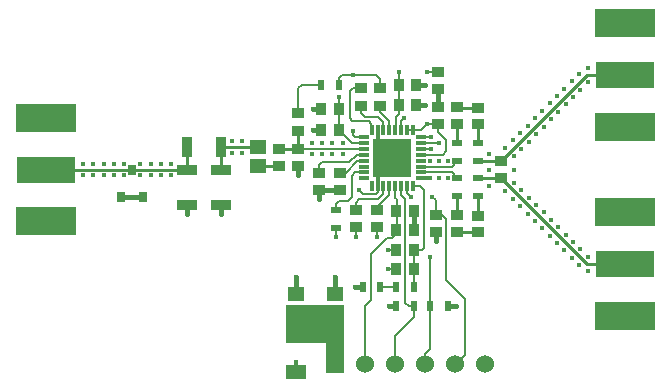
<source format=gtl>
G04*
G04 #@! TF.GenerationSoftware,Altium Limited,Altium Designer,18.1.9 (240)*
G04*
G04 Layer_Physical_Order=1*
G04 Layer_Color=255*
%FSLAX25Y25*%
%MOIN*%
G70*
G01*
G75*
%ADD11C,0.01575*%
%ADD12C,0.00787*%
%ADD15C,0.01000*%
%ADD16C,0.01181*%
%ADD18R,0.02559X0.03740*%
%ADD19R,0.19685X0.09016*%
%ADD20R,0.20000X0.09508*%
%ADD21R,0.06693X0.03543*%
%ADD22R,0.03543X0.06693*%
%ADD23R,0.03937X0.03347*%
%ADD24R,0.03937X0.03543*%
%ADD25R,0.03543X0.02362*%
%ADD26R,0.03200X0.01200*%
%ADD27R,0.01200X0.03200*%
%ADD28R,0.12800X0.12800*%
%ADD29R,0.05512X0.05118*%
%ADD30R,0.03347X0.03937*%
%ADD31R,0.02362X0.03543*%
%ADD32R,0.07165X0.04724*%
%ADD51C,0.01772*%
%ADD52R,0.05906X0.10236*%
%ADD53R,0.19784X0.12697*%
%ADD54C,0.06000*%
%ADD55R,0.06000X0.06000*%
%ADD56C,0.01772*%
D11*
X384842Y288681D02*
X384842Y288681D01*
D12*
X423524Y254331D02*
X423721Y254134D01*
X409076Y296239D02*
X413139D01*
X404626Y300689D02*
X409076Y296239D01*
X419539Y279283D02*
Y281939D01*
X417717Y277461D02*
X419539Y279283D01*
X411516Y277461D02*
X417717D01*
X410433Y276378D02*
X411516Y277461D01*
X410433Y273819D02*
Y276378D01*
X411417Y280512D02*
X412795Y279134D01*
X416929D01*
X417639Y279844D01*
Y281939D01*
X413386Y305020D02*
X417618D01*
X412008Y306398D02*
X413386Y305020D01*
X417618D02*
X419488Y303150D01*
Y300790D02*
Y303150D01*
X421063Y254331D02*
X421063Y254331D01*
X423917D01*
X421063Y260728D02*
X421063Y260728D01*
X423917D01*
X432235Y300739D02*
X434055Y302559D01*
X429439Y300739D02*
X432235D01*
X392323Y315748D02*
X398819D01*
X391240Y314665D02*
X392323Y315748D01*
X403740Y264764D02*
X403740Y264764D01*
X403740Y264764D02*
Y268012D01*
X405610Y318898D02*
X409449D01*
X404724Y318012D02*
X405610Y318898D01*
X404724Y315748D02*
Y318012D01*
X391240Y306102D02*
Y314665D01*
X404626Y311516D02*
X404626Y311516D01*
X404626Y307579D02*
Y311516D01*
X424016Y267323D02*
Y277559D01*
X415551Y243819D02*
Y259252D01*
X420866Y264567D01*
X413563Y241831D02*
X415551Y243819D01*
X424803Y315453D02*
X424803Y315453D01*
Y319882D01*
X425539Y303492D02*
X426476Y304429D01*
X425539Y300739D02*
Y303492D01*
X431939Y292339D02*
X431955Y292323D01*
X439370D01*
X440551Y293504D01*
Y297342D01*
X437894Y300000D02*
X440551Y297342D01*
X437894Y300000D02*
Y302559D01*
X431939Y294339D02*
X435433D01*
X431939Y296239D02*
X437992D01*
X434055Y302559D02*
X437894D01*
X434055Y319882D02*
X437894D01*
X431939Y298239D02*
X435433D01*
X415590Y300689D02*
Y302717D01*
X409350Y314469D02*
X412008D01*
X408366Y313484D02*
X409350Y314469D01*
X408366Y304429D02*
Y313484D01*
X414764Y303543D02*
X415590Y302717D01*
X409252Y303543D02*
X414764D01*
X408366Y304429D02*
X409252Y303543D01*
X417126Y318898D02*
X418504Y317520D01*
X409449Y318898D02*
X417126D01*
X410646Y292339D02*
X413139D01*
X408071Y289764D02*
X410646Y292339D01*
X399114Y289764D02*
X408071D01*
X410910Y290339D02*
X413139D01*
X406988Y286417D02*
X410910Y290339D01*
X405020Y286417D02*
X406988D01*
X398130D02*
Y288780D01*
X399114Y289764D01*
X404626Y300689D02*
Y307579D01*
X423721Y254134D02*
X423917Y254331D01*
X410433Y264764D02*
Y268110D01*
X417323Y264764D02*
Y268110D01*
X413563Y222539D02*
Y241831D01*
X446654Y225630D02*
Y244390D01*
X440551Y250492D02*
X446654Y244390D01*
X440551Y250492D02*
Y270866D01*
X443563Y222539D02*
X446654Y225630D01*
X427439Y279746D02*
X428839Y278346D01*
X427439Y279746D02*
Y281939D01*
X435925Y278346D02*
X437008Y277264D01*
Y272244D02*
Y277264D01*
Y272244D02*
X439173D01*
X440551Y270866D01*
X429724Y248130D02*
Y260630D01*
X431644Y281939D02*
X433071Y280512D01*
Y261319D02*
Y280512D01*
X432480Y260728D02*
X433071Y261319D01*
X435236Y241831D02*
Y258366D01*
X429823Y238287D02*
Y241831D01*
X423563Y232028D02*
X429823Y238287D01*
X423563Y222539D02*
Y232028D01*
X422539Y264567D02*
X423917Y265945D01*
X420866Y264567D02*
X422539D01*
X423917Y265945D02*
Y267224D01*
X435236Y227756D02*
Y241831D01*
X433563Y226083D02*
X435236Y227756D01*
X433563Y222539D02*
Y226083D01*
X429439Y281939D02*
X431644D01*
X429626Y260728D02*
X432480D01*
X429626D02*
X429724Y260630D01*
X418504Y248130D02*
X423819D01*
X426772Y243012D02*
X427953Y241831D01*
X426772Y243012D02*
Y277756D01*
X427953Y241831D02*
X429823D01*
X425539Y278988D02*
X426772Y277756D01*
X425539Y278988D02*
Y281939D01*
X442302Y286439D02*
X444193Y284547D01*
X431939Y286439D02*
X442302D01*
X442276Y288339D02*
X444193Y290256D01*
X431939Y288339D02*
X442276D01*
X427439Y300739D02*
X429439D01*
X409449Y298917D02*
Y300197D01*
Y298917D02*
X410128Y298239D01*
X413139D01*
X418488Y314469D02*
Y317504D01*
X418504Y317520D01*
X415590Y300689D02*
X415639Y300739D01*
X417639Y286439D02*
X422539Y291339D01*
X417639Y296239D02*
X422539Y291339D01*
X419488Y300790D02*
X419539Y300739D01*
X412008Y306398D02*
Y308760D01*
X421539Y300739D02*
Y303559D01*
X418488Y306610D02*
X421539Y303559D01*
X418488Y306610D02*
Y308760D01*
X424803Y309055D02*
Y315453D01*
Y306004D02*
Y309055D01*
X423539Y300739D02*
X423622Y300821D01*
Y304823D01*
X424803Y306004D01*
X423917Y267224D02*
X424016Y267323D01*
X423539Y278035D02*
X424016Y277559D01*
X423539Y278035D02*
Y281939D01*
X416390Y273819D02*
X421539Y278969D01*
X416390Y273819D02*
X417323D01*
X421539Y278969D02*
Y281939D01*
X403740Y273917D02*
Y275984D01*
X404823Y277067D01*
X407776D01*
X409055Y278346D01*
Y285335D01*
X410159Y286439D01*
X413139D01*
X391240Y294390D02*
X413088D01*
D15*
X487303Y318898D02*
X500000D01*
X458662Y290256D02*
X487303Y318898D01*
X487303Y255906D02*
X500000D01*
X458662Y284547D02*
X487303Y255906D01*
X444193Y296161D02*
Y302559D01*
Y308268D02*
X444390Y308071D01*
X451083D01*
Y302756D02*
X451083Y302756D01*
Y296161D02*
Y302756D01*
X458661Y290256D02*
X458662Y290256D01*
X451083Y290256D02*
X458661D01*
X458661Y284547D02*
X458662Y284547D01*
X451083Y284547D02*
X458661D01*
X444193Y272244D02*
Y278642D01*
Y266536D02*
X444390Y266732D01*
X451083D01*
Y272047D02*
X451083Y272047D01*
Y278642D01*
X413088Y294390D02*
X413139Y294339D01*
X391240Y294390D02*
Y300394D01*
X384842Y294390D02*
X391240D01*
X377658Y288681D02*
X384842D01*
X365441Y294980D02*
X377658D01*
X365441Y287106D02*
Y294980D01*
X307087Y287402D02*
X353728D01*
X354023Y287697D01*
Y294980D01*
D16*
X431939Y284439D02*
X435039D01*
X390354Y220039D02*
Y223228D01*
Y220039D02*
X390787D01*
X417639Y281939D02*
Y286439D01*
Y296239D02*
Y300739D01*
D18*
X335827Y287205D02*
D03*
X339567Y278150D02*
D03*
X332087D02*
D03*
D19*
X307087Y287402D02*
D03*
X500000Y255906D02*
D03*
Y318898D02*
D03*
D20*
X307087Y270148D02*
D03*
Y304658D02*
D03*
X500000Y238650D02*
D03*
Y273160D02*
D03*
Y336152D02*
D03*
Y301642D02*
D03*
D21*
X354023Y287106D02*
D03*
Y275689D02*
D03*
X365441Y287106D02*
D03*
Y275689D02*
D03*
D22*
Y294980D02*
D03*
X354023D02*
D03*
D23*
X391240Y294390D02*
D03*
Y288681D02*
D03*
X444193Y266536D02*
D03*
Y272244D02*
D03*
Y308268D02*
D03*
Y302559D02*
D03*
X458662Y284547D02*
D03*
Y290256D02*
D03*
X405020Y286417D02*
D03*
Y280709D02*
D03*
X398130Y286417D02*
D03*
Y280709D02*
D03*
X384842Y294390D02*
D03*
Y288681D02*
D03*
X391240Y300394D02*
D03*
Y306102D02*
D03*
X412008Y314469D02*
D03*
Y308760D02*
D03*
X418488Y314469D02*
D03*
Y308760D02*
D03*
X437008Y272244D02*
D03*
Y266535D02*
D03*
X410433Y268110D02*
D03*
Y273819D02*
D03*
X417323Y268110D02*
D03*
Y273819D02*
D03*
X437894Y319882D02*
D03*
Y314173D02*
D03*
Y302559D02*
D03*
Y308268D02*
D03*
D24*
X451083Y302756D02*
D03*
Y308071D02*
D03*
Y272047D02*
D03*
Y266732D02*
D03*
D25*
X451083Y290256D02*
D03*
Y296161D02*
D03*
X444193Y278642D02*
D03*
Y284547D02*
D03*
Y296161D02*
D03*
Y290256D02*
D03*
X451083Y284547D02*
D03*
Y278642D02*
D03*
X403740Y268012D02*
D03*
Y273917D02*
D03*
D26*
X413139Y298239D02*
D03*
Y296239D02*
D03*
Y294339D02*
D03*
Y292339D02*
D03*
Y290339D02*
D03*
Y288339D02*
D03*
Y286439D02*
D03*
Y284439D02*
D03*
X431939D02*
D03*
Y286439D02*
D03*
Y288339D02*
D03*
Y290339D02*
D03*
Y292339D02*
D03*
Y294339D02*
D03*
Y296239D02*
D03*
Y298239D02*
D03*
D27*
X415639Y281939D02*
D03*
X417639D02*
D03*
X419539D02*
D03*
X421539D02*
D03*
X423539D02*
D03*
X425539D02*
D03*
X427439D02*
D03*
X429439D02*
D03*
Y300739D02*
D03*
X427439D02*
D03*
X425539D02*
D03*
X423539D02*
D03*
X421539D02*
D03*
X419539D02*
D03*
X417639D02*
D03*
X415639D02*
D03*
D28*
X422539Y291339D02*
D03*
D29*
X377658Y294980D02*
D03*
Y288681D02*
D03*
X390354Y239665D02*
D03*
Y245965D02*
D03*
X403563Y239665D02*
D03*
Y245965D02*
D03*
D30*
X404626Y300689D02*
D03*
X398917D02*
D03*
Y307579D02*
D03*
X404626D02*
D03*
X429626Y267224D02*
D03*
X423917D02*
D03*
Y273622D02*
D03*
X429626D02*
D03*
X424803Y309055D02*
D03*
X430512D02*
D03*
Y315453D02*
D03*
X424803D02*
D03*
X429626Y254331D02*
D03*
X423917D02*
D03*
X429626Y260728D02*
D03*
X423917D02*
D03*
D31*
X398819Y315748D02*
D03*
X404724D02*
D03*
X423819Y248130D02*
D03*
X429724D02*
D03*
X418504D02*
D03*
X412598D02*
D03*
X435236Y241831D02*
D03*
X441142D02*
D03*
X429823D02*
D03*
X423917D02*
D03*
D32*
X390354Y231890D02*
D03*
Y220039D02*
D03*
D51*
X437894Y308268D02*
Y314173D01*
X429626Y270423D02*
Y273622D01*
Y267224D02*
Y270423D01*
X430512Y315453D02*
X433465D01*
X433464Y309055D02*
X433465Y309055D01*
X430512Y309055D02*
X433464D01*
X437008Y263583D02*
X437008Y263583D01*
X437008Y263583D02*
Y266535D01*
X335827Y278150D02*
X339567D01*
X332087D02*
X335827D01*
X391240Y285728D02*
Y288681D01*
X441142Y241831D02*
X443602D01*
X421457D02*
X423917D01*
X410128Y248130D02*
X412598D01*
X395965Y307579D02*
X398917D01*
X395965Y300689D02*
X395965Y300689D01*
X398917D01*
X398130Y280709D02*
X405020D01*
X398130Y277756D02*
X398130Y277756D01*
Y280709D01*
X365441Y272650D02*
X365453Y272638D01*
X365441Y272650D02*
Y275689D01*
X354023Y272638D02*
Y275689D01*
X403563Y245965D02*
Y251457D01*
X390354Y245965D02*
Y251476D01*
D52*
X403543Y224705D02*
D03*
D53*
X396604Y235876D02*
D03*
D54*
X453563Y222539D02*
D03*
X413563D02*
D03*
X423563D02*
D03*
X433563D02*
D03*
X443563D02*
D03*
D55*
X403563D02*
D03*
D56*
X307087Y308102D02*
D03*
X303642D02*
D03*
X300197D02*
D03*
X310531D02*
D03*
X313976D02*
D03*
X300197Y301213D02*
D03*
X303642D02*
D03*
X307087D02*
D03*
X310531D02*
D03*
X313976D02*
D03*
X307087Y273592D02*
D03*
X303642D02*
D03*
X300197D02*
D03*
X310531D02*
D03*
X313976D02*
D03*
X300197Y266703D02*
D03*
X303642D02*
D03*
X307087D02*
D03*
X310531D02*
D03*
X313976D02*
D03*
X500000Y242094D02*
D03*
X496555D02*
D03*
X493110D02*
D03*
X503445D02*
D03*
X506890D02*
D03*
X493110Y235205D02*
D03*
X496555D02*
D03*
X500000D02*
D03*
X503445D02*
D03*
X506890D02*
D03*
X500000Y276606D02*
D03*
X496555D02*
D03*
X493110D02*
D03*
X503445D02*
D03*
X506890D02*
D03*
X493110Y269717D02*
D03*
X496555D02*
D03*
X500000D02*
D03*
X503445D02*
D03*
X506890D02*
D03*
X500000Y305087D02*
D03*
X496555D02*
D03*
X493110D02*
D03*
X503445D02*
D03*
X506890D02*
D03*
X493110Y298197D02*
D03*
X496555D02*
D03*
X500000D02*
D03*
X503445D02*
D03*
X506890D02*
D03*
X500000Y339598D02*
D03*
X496555D02*
D03*
X493110D02*
D03*
X503445D02*
D03*
X506890D02*
D03*
X493110Y332709D02*
D03*
X496555D02*
D03*
X500000D02*
D03*
X503445D02*
D03*
X506890D02*
D03*
X484842Y319291D02*
D03*
X482382Y316831D02*
D03*
X479921Y314370D02*
D03*
X477461Y312008D02*
D03*
X475000Y309547D02*
D03*
X472539Y306988D02*
D03*
X470079Y304496D02*
D03*
X467618Y302067D02*
D03*
X465158Y299606D02*
D03*
X462697Y297244D02*
D03*
X460236Y294685D02*
D03*
X437992Y284439D02*
D03*
X435039Y290339D02*
D03*
X437992Y290354D02*
D03*
X440945Y290339D02*
D03*
X440945Y284449D02*
D03*
X454724Y292717D02*
D03*
Y282087D02*
D03*
X463091Y287402D02*
D03*
X454724D02*
D03*
X487697Y321260D02*
D03*
Y253543D02*
D03*
X484842Y255512D02*
D03*
X482382Y257972D02*
D03*
X479921Y260433D02*
D03*
X477461Y262894D02*
D03*
X475000Y265354D02*
D03*
X472539Y267815D02*
D03*
X470079Y270276D02*
D03*
X467618Y272736D02*
D03*
X465158Y275197D02*
D03*
X462697Y277658D02*
D03*
X460236Y280118D02*
D03*
X487697Y316437D02*
D03*
X485236Y313976D02*
D03*
X482776Y311516D02*
D03*
X480315Y309154D02*
D03*
X477854Y306693D02*
D03*
X475394Y304134D02*
D03*
X472933Y301642D02*
D03*
X470472Y299213D02*
D03*
X468012Y296752D02*
D03*
X465551Y294390D02*
D03*
X463091Y291831D02*
D03*
X487697Y258366D02*
D03*
X485236Y260827D02*
D03*
X482776Y263287D02*
D03*
X480315Y265748D02*
D03*
X477854Y268209D02*
D03*
X475394Y270669D02*
D03*
X472933Y273130D02*
D03*
X470472Y275590D02*
D03*
X468012Y278051D02*
D03*
X465551Y280512D02*
D03*
X463091Y282972D02*
D03*
X390354Y223228D02*
D03*
X410128Y248130D02*
D03*
X406004Y292520D02*
D03*
X402559D02*
D03*
X399114D02*
D03*
X406004Y296260D02*
D03*
X402559Y296239D02*
D03*
X399114Y296260D02*
D03*
X395669D02*
D03*
Y292520D02*
D03*
X319390Y285433D02*
D03*
X322736D02*
D03*
X326279D02*
D03*
X329724D02*
D03*
X333169D02*
D03*
X319390Y289370D02*
D03*
X322835D02*
D03*
X326279D02*
D03*
X329724D02*
D03*
X333169D02*
D03*
X372539Y293012D02*
D03*
X369094D02*
D03*
Y296949D02*
D03*
X372539D02*
D03*
X348917Y285433D02*
D03*
X345472D02*
D03*
X342028D02*
D03*
X338583D02*
D03*
X348917Y289370D02*
D03*
X345472D02*
D03*
X342028D02*
D03*
X338583D02*
D03*
X411417Y280512D02*
D03*
X433465Y315453D02*
D03*
Y309055D02*
D03*
X437894Y311221D02*
D03*
X429626Y270423D02*
D03*
X437008Y263583D02*
D03*
X421063Y254331D02*
D03*
Y260728D02*
D03*
X443602Y241831D02*
D03*
X421457D02*
D03*
X391240Y285728D02*
D03*
X395965Y307579D02*
D03*
X395965Y300689D02*
D03*
X398130Y277756D02*
D03*
X354023Y272638D02*
D03*
X365453D02*
D03*
X335827Y278150D02*
D03*
X403563Y251457D02*
D03*
X434055Y319882D02*
D03*
Y302559D02*
D03*
X390354Y251476D02*
D03*
X403740Y264764D02*
D03*
X404626Y311516D02*
D03*
X422539Y291339D02*
D03*
X417323Y264764D02*
D03*
X410433Y264764D02*
D03*
X424803Y319882D02*
D03*
X426476Y304429D02*
D03*
X435433Y294339D02*
D03*
X437992Y296239D02*
D03*
X435039Y284439D02*
D03*
X435433Y298239D02*
D03*
X409449Y318898D02*
D03*
X435925Y278346D02*
D03*
X428839D02*
D03*
X435236Y258366D02*
D03*
X409449Y300197D02*
D03*
M02*

</source>
